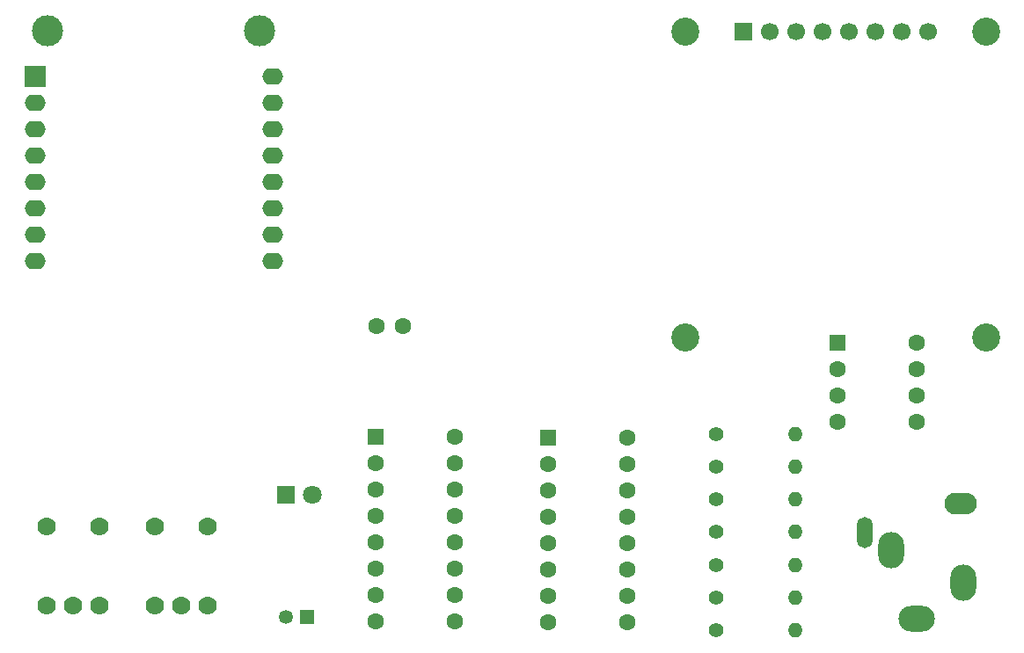
<source format=gbr>
%TF.GenerationSoftware,KiCad,Pcbnew,9.0.1*%
%TF.CreationDate,2026-01-18T13:51:59+01:00*%
%TF.ProjectId,SN76489 synth midi,534e3736-3438-4392-9073-796e7468206d,rev?*%
%TF.SameCoordinates,Original*%
%TF.FileFunction,Soldermask,Bot*%
%TF.FilePolarity,Negative*%
%FSLAX46Y46*%
G04 Gerber Fmt 4.6, Leading zero omitted, Abs format (unit mm)*
G04 Created by KiCad (PCBNEW 9.0.1) date 2026-01-18 13:51:59*
%MOMM*%
%LPD*%
G01*
G04 APERTURE LIST*
G04 Aperture macros list*
%AMRoundRect*
0 Rectangle with rounded corners*
0 $1 Rounding radius*
0 $2 $3 $4 $5 $6 $7 $8 $9 X,Y pos of 4 corners*
0 Add a 4 corners polygon primitive as box body*
4,1,4,$2,$3,$4,$5,$6,$7,$8,$9,$2,$3,0*
0 Add four circle primitives for the rounded corners*
1,1,$1+$1,$2,$3*
1,1,$1+$1,$4,$5*
1,1,$1+$1,$6,$7*
1,1,$1+$1,$8,$9*
0 Add four rect primitives between the rounded corners*
20,1,$1+$1,$2,$3,$4,$5,0*
20,1,$1+$1,$4,$5,$6,$7,0*
20,1,$1+$1,$6,$7,$8,$9,0*
20,1,$1+$1,$8,$9,$2,$3,0*%
G04 Aperture macros list end*
%ADD10R,1.800000X1.800000*%
%ADD11C,1.800000*%
%ADD12C,1.400000*%
%ADD13O,1.400000X1.400000*%
%ADD14RoundRect,0.250000X-0.550000X-0.550000X0.550000X-0.550000X0.550000X0.550000X-0.550000X0.550000X0*%
%ADD15C,1.600000*%
%ADD16C,1.778000*%
%ADD17O,1.500000X3.000000*%
%ADD18O,2.500000X3.500000*%
%ADD19O,3.500000X2.500000*%
%ADD20O,3.100000X2.100000*%
%ADD21C,2.700000*%
%ADD22R,1.700000X1.700000*%
%ADD23C,1.700000*%
%ADD24R,1.350000X1.350000*%
%ADD25C,1.350000*%
%ADD26C,3.000000*%
%ADD27R,2.000000X2.000000*%
%ADD28O,2.000000X1.600000*%
G04 APERTURE END LIST*
D10*
%TO.C,D1*%
X113538000Y-87376000D03*
D11*
X116078000Y-87376000D03*
%TD*%
D12*
%TO.C,R2*%
X154940000Y-84707000D03*
D13*
X162560000Y-84707000D03*
%TD*%
D14*
%TO.C,U2*%
X122174000Y-81788000D03*
D15*
X122174000Y-84328000D03*
X122174000Y-86868000D03*
X122174000Y-89408000D03*
X122174000Y-91948000D03*
X122174000Y-94488000D03*
X122174000Y-97028000D03*
X122174000Y-99568000D03*
X129794000Y-99568000D03*
X129794000Y-97028000D03*
X129794000Y-94488000D03*
X129794000Y-91948000D03*
X129794000Y-89408000D03*
X129794000Y-86868000D03*
X129794000Y-84328000D03*
X129794000Y-81788000D03*
%TD*%
D12*
%TO.C,R1*%
X154940000Y-81557000D03*
D13*
X162560000Y-81557000D03*
%TD*%
D16*
%TO.C,SW0\u002C9*%
X90551000Y-90424000D03*
X95631000Y-90424000D03*
X95631000Y-98044000D03*
X93091000Y-98044000D03*
X90551000Y-98044000D03*
%TD*%
D12*
%TO.C,R3*%
X154940000Y-87857000D03*
D13*
X162560000Y-87857000D03*
%TD*%
D17*
%TO.C,J1*%
X169291000Y-91059000D03*
D18*
X171791000Y-92759000D03*
D19*
X174291000Y-99359000D03*
D18*
X178791000Y-95859000D03*
D20*
X178491000Y-88259000D03*
%TD*%
D14*
%TO.C,U4*%
X138811000Y-81915000D03*
D15*
X138811000Y-84455000D03*
X138811000Y-86995000D03*
X138811000Y-89535000D03*
X138811000Y-92075000D03*
X138811000Y-94615000D03*
X138811000Y-97155000D03*
X138811000Y-99695000D03*
X146431000Y-99695000D03*
X146431000Y-97155000D03*
X146431000Y-94615000D03*
X146431000Y-92075000D03*
X146431000Y-89535000D03*
X146431000Y-86995000D03*
X146431000Y-84455000D03*
X146431000Y-81915000D03*
%TD*%
%TO.C,C1*%
X124801000Y-71120000D03*
X122301000Y-71120000D03*
%TD*%
D12*
%TO.C,R6*%
X154940000Y-97307000D03*
D13*
X162560000Y-97307000D03*
%TD*%
D12*
%TO.C,R4*%
X154940000Y-91007000D03*
D13*
X162560000Y-91007000D03*
%TD*%
D21*
%TO.C,J2*%
X152019000Y-42796000D03*
X152019000Y-72260000D03*
X180975000Y-42796000D03*
X180975000Y-72260000D03*
D22*
X157607000Y-42796000D03*
D23*
X160147000Y-42796000D03*
X162687000Y-42796000D03*
X165227000Y-42796000D03*
X167767000Y-42796000D03*
X170307000Y-42796000D03*
X172847000Y-42796000D03*
X175387000Y-42796000D03*
%TD*%
D24*
%TO.C,J4*%
X115570000Y-99187000D03*
D25*
X113570000Y-99187000D03*
%TD*%
D26*
%TO.C,U5*%
X90661000Y-42715000D03*
X111061000Y-42715000D03*
D27*
X89411000Y-47115000D03*
D28*
X89411000Y-49655000D03*
X89411000Y-52195000D03*
X89411000Y-54735000D03*
X89411000Y-57275000D03*
X89411000Y-59815000D03*
X89411000Y-62355000D03*
X89411000Y-64895000D03*
X112271000Y-64895000D03*
X112271000Y-62355000D03*
X112271000Y-59815000D03*
X112271000Y-57275000D03*
X112271000Y-54735000D03*
X112271000Y-52195000D03*
X112271000Y-49655000D03*
X112271000Y-47115000D03*
%TD*%
D16*
%TO.C,SW0\u002C10*%
X100965000Y-90424000D03*
X106045000Y-90424000D03*
X106045000Y-98044000D03*
X103505000Y-98044000D03*
X100965000Y-98044000D03*
%TD*%
D12*
%TO.C,R5*%
X154940000Y-94157000D03*
D13*
X162560000Y-94157000D03*
%TD*%
D12*
%TO.C,RV1*%
X154940000Y-100457000D03*
D13*
X162560000Y-100457000D03*
%TD*%
D14*
%TO.C,U3*%
X166624000Y-72771000D03*
D15*
X166624000Y-75311000D03*
X166624000Y-77851000D03*
X166624000Y-80391000D03*
X174244000Y-80391000D03*
X174244000Y-77851000D03*
X174244000Y-75311000D03*
X174244000Y-72771000D03*
%TD*%
M02*

</source>
